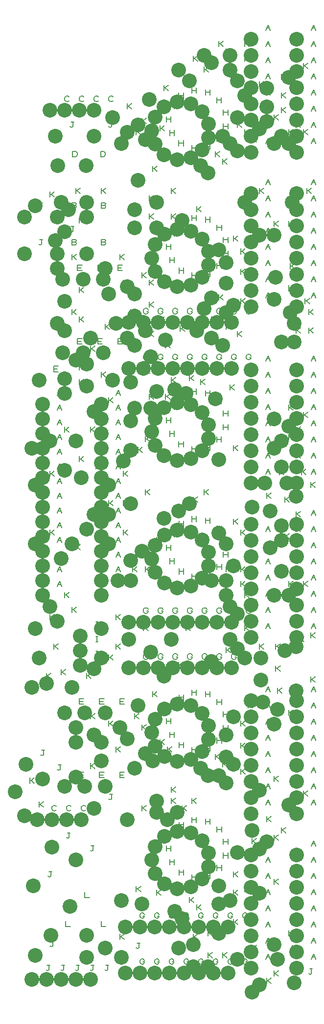
<source format=gbr>
G04 EasyPC Gerber Version 21.0.3 Build 4286 *
%FSLAX35Y35*%
%MOIN*%
%ADD15C,0.00500*%
%ADD85C,0.10000*%
X0Y0D02*
D02*
D15*
X24000Y164937D02*
Y168687D01*
Y166813D02*
X24937D01*
X27125Y168687*
X24937Y166813D02*
X27125Y164937D01*
X30250Y148687D02*
Y152437D01*
Y150563D02*
X31187D01*
X33375Y152437*
X31187Y150563D02*
X33375Y148687D01*
X30250Y531813D02*
X30563Y531500D01*
X31187Y531187*
X31813Y531500*
X32125Y531813*
Y534937*
X32750*
X32125D02*
X30875D01*
X30250Y556813D02*
X30563Y556500D01*
X31187Y556187*
X31813Y556500*
X32125Y556813*
Y559937*
X32750*
X32125D02*
X30875D01*
X31500Y184313D02*
X31813Y184000D01*
X32437Y183687*
X33063Y184000*
X33375Y184313*
Y187437*
X34000*
X33375D02*
X32125D01*
X35250Y38063D02*
X35563Y37750D01*
X36187Y37437*
X36813Y37750*
X37125Y38063*
Y41187*
X37750*
X37125D02*
X35875D01*
X35250Y236187D02*
Y239937D01*
Y238063D02*
X36187D01*
X38375Y239937*
X36187Y238063D02*
X38375Y236187D01*
X35250Y398687D02*
Y402437D01*
Y400563D02*
X36187D01*
X38375Y402437*
X36187Y400563D02*
X38375Y398687D01*
X36500Y101813D02*
X36813Y101500D01*
X37437Y101187*
X38063Y101500*
X38375Y101813*
Y104937*
X39000*
X38375D02*
X37125D01*
X37750Y54313D02*
X38063Y54000D01*
X38687Y53687*
X39313Y54000*
X39625Y54313*
Y57437*
X40250*
X39625D02*
X38375D01*
X37750Y276187D02*
Y279937D01*
Y278063D02*
X38687D01*
X40875Y279937*
X38687Y278063D02*
X40875Y276187D01*
X37750Y333687D02*
Y337437D01*
Y335563D02*
X38687D01*
X40875Y337437*
X38687Y335563D02*
X40875Y333687D01*
X37750Y373687D02*
Y377437D01*
Y375563D02*
X38687D01*
X40875Y377437*
X38687Y375563D02*
X40875Y373687D01*
X37750Y563687D02*
Y567437D01*
Y565563D02*
X38687D01*
X40875Y567437*
X38687Y565563D02*
X40875Y563687D01*
X42125Y146813D02*
X41813Y146500D01*
X41187Y146187*
X40250*
X39625Y146500*
X39313Y146813*
X39000Y147437*
Y148687*
X39313Y149313*
X39625Y149625*
X40250Y149937*
X41187*
X41813Y149625*
X42125Y149313*
X40250Y256187D02*
Y259937D01*
Y258063D02*
X41187D01*
X43375Y259937*
X41187Y258063D02*
X43375Y256187D01*
X40250Y444937D02*
Y448687D01*
X43375*
X42750Y446813D02*
X40250D01*
Y444937D02*
X43375D01*
X42750Y174313D02*
X43063Y174000D01*
X43687Y173687*
X44313Y174000*
X44625Y174313*
Y177437*
X45250*
X44625D02*
X43375D01*
X42750Y298687D02*
X44313Y302437D01*
X45875Y298687*
X43375Y300250D02*
X45250D01*
X42750Y308687D02*
X44313Y312437D01*
X45875Y308687*
X43375Y310250D02*
X45250D01*
X42750Y318687D02*
X44313Y322437D01*
X45875Y318687*
X43375Y320250D02*
X45250D01*
X42750Y328687D02*
X44313Y332437D01*
X45875Y328687*
X43375Y330250D02*
X45250D01*
X42750Y338687D02*
X44313Y342437D01*
X45875Y338687*
X43375Y340250D02*
X45250D01*
X42750Y348687D02*
X44313Y352437D01*
X45875Y348687*
X43375Y350250D02*
X45250D01*
X42750Y358687D02*
X44313Y362437D01*
X45875Y358687*
X43375Y360250D02*
X45250D01*
X42750Y368687D02*
X44313Y372437D01*
X45875Y368687*
X43375Y370250D02*
X45250D01*
X42750Y378687D02*
X44313Y382437D01*
X45875Y378687*
X43375Y380250D02*
X45250D01*
X42750Y388687D02*
X44313Y392437D01*
X45875Y388687*
X43375Y390250D02*
X45250D01*
X42750Y398687D02*
X44313Y402437D01*
X45875Y398687*
X43375Y400250D02*
X45250D01*
X42750Y408687D02*
X44313Y412437D01*
X45875Y408687*
X43375Y410250D02*
X45250D01*
X42750Y418687D02*
X44313Y422437D01*
X45875Y418687*
X43375Y420250D02*
X45250D01*
X42750Y428687D02*
X44313Y432437D01*
X45875Y428687*
X43375Y430250D02*
X45250D01*
Y38063D02*
X45563Y37750D01*
X46187Y37437*
X46813Y37750*
X47125Y38063*
Y41187*
X47750*
X47125D02*
X45875D01*
X45250Y238687D02*
Y242437D01*
Y240563D02*
X46187D01*
X48375Y242437*
X46187Y240563D02*
X48375Y238687D01*
X47750Y291187D02*
Y294937D01*
Y293063D02*
X48687D01*
X50875Y294937*
X48687Y293063D02*
X50875Y291187D01*
X47750Y403687D02*
Y407437D01*
Y405563D02*
X48687D01*
X50875Y407437*
X48687Y405563D02*
X50875Y403687D01*
Y629313D02*
X50563Y629000D01*
X49937Y628687*
X49000*
X48375Y629000*
X48063Y629313*
X47750Y629937*
Y631187*
X48063Y631813*
X48375Y632125*
X49000Y632437*
X49937*
X50563Y632125*
X50875Y631813*
X48537Y71237D02*
Y67487D01*
X51663*
X49000Y128063D02*
X49313Y127750D01*
X49937Y127437*
X50563Y127750*
X50875Y128063*
Y131187*
X51500*
X50875D02*
X49625D01*
X52125Y146813D02*
X51813Y146500D01*
X51187Y146187*
X50250*
X49625Y146500*
X49313Y146813*
X49000Y147437*
Y148687*
X49313Y149313*
X49625Y149625*
X50250Y149937*
X51187*
X51813Y149625*
X52125Y149313*
X51500Y540563D02*
X51813Y540250D01*
X52437Y539937*
X53063Y540250*
X53375Y540563*
Y543687*
X54000*
X53375D02*
X52125D01*
X51500Y611813D02*
X51813Y611500D01*
X52437Y611187*
X53063Y611500*
X53375Y611813*
Y614937*
X54000*
X53375D02*
X52125D01*
X52750Y281187D02*
Y284937D01*
Y283063D02*
X53687D01*
X55875Y284937*
X53687Y283063D02*
X55875Y281187D01*
X52750Y483687D02*
Y487437D01*
Y485563D02*
X53687D01*
X55875Y487437*
X53687Y485563D02*
X55875Y483687D01*
X52750Y521187D02*
Y524937D01*
Y523063D02*
X53687D01*
X55875Y524937*
X53687Y523063D02*
X55875Y521187D01*
X54937Y533063D02*
X55563Y532750D01*
X55875Y532125*
X55563Y531500*
X54937Y531187*
X52750*
Y534937*
X54937*
X55563Y534625*
X55875Y534000*
X55563Y533375*
X54937Y533063*
X52750*
X54937Y558063D02*
X55563Y557750D01*
X55875Y557125*
X55563Y556500*
X54937Y556187*
X52750*
Y559937*
X54937*
X55563Y559625*
X55875Y559000*
X55563Y558375*
X54937Y558063*
X52750*
X53144Y591187D02*
Y594937D01*
X55019*
X55644Y594625*
X55956Y594313*
X56269Y593687*
Y592437*
X55956Y591813*
X55644Y591500*
X55019Y591187*
X53144*
X55250Y38063D02*
X55563Y37750D01*
X56187Y37437*
X56813Y37750*
X57125Y38063*
Y41187*
X57750*
X57125D02*
X55875D01*
X55250Y323687D02*
Y327437D01*
Y325563D02*
X56187D01*
X58375Y327437*
X56187Y325563D02*
X58375Y323687D01*
X55250Y566187D02*
Y569937D01*
Y568063D02*
X56187D01*
X58375Y569937*
X56187Y568063D02*
X58375Y566187D01*
X56500Y463687D02*
Y467437D01*
X59625*
X59000Y465563D02*
X56500D01*
Y463687D02*
X59625D01*
X56500Y513687D02*
Y517437D01*
X59625*
X59000Y515563D02*
X56500D01*
Y513687D02*
X59625D01*
X57750Y168687D02*
Y172437D01*
X60875*
X60250Y170563D02*
X57750D01*
Y168687D02*
X60875D01*
X57750Y218687D02*
Y222437D01*
X60875*
X60250Y220563D02*
X57750D01*
Y218687D02*
X60875D01*
X57750Y383687D02*
Y387437D01*
Y385563D02*
X58687D01*
X60875Y387437*
X58687Y385563D02*
X60875Y383687D01*
X57750Y436187D02*
Y439937D01*
Y438063D02*
X58687D01*
X60875Y439937*
X58687Y438063D02*
X60875Y436187D01*
X57750Y446187D02*
Y449937D01*
Y448063D02*
X58687D01*
X60875Y449937*
X58687Y448063D02*
X60875Y446187D01*
X57750Y478687D02*
Y482437D01*
Y480563D02*
X58687D01*
X60875Y482437*
X58687Y480563D02*
X60875Y478687D01*
X57750Y498687D02*
Y502437D01*
Y500563D02*
X58687D01*
X60875Y502437*
X58687Y500563D02*
X60875Y498687D01*
X57750Y546187D02*
Y549937D01*
Y548063D02*
X58687D01*
X60875Y549937*
X58687Y548063D02*
X60875Y546187D01*
Y629313D02*
X60563Y629000D01*
X59937Y628687*
X59000*
X58375Y629000*
X58063Y629313*
X57750Y629937*
Y631187*
X58063Y631813*
X58375Y632125*
X59000Y632437*
X59937*
X60563Y632125*
X60875Y631813*
X62125Y146813D02*
X61813Y146500D01*
X61187Y146187*
X60250*
X59625Y146500*
X59313Y146813*
X59000Y147437*
Y148687*
X59313Y149313*
X59625Y149625*
X60250Y149937*
X61187*
X61813Y149625*
X62125Y149313*
X60250Y561187D02*
Y564937D01*
Y563063D02*
X61187D01*
X63375Y564937*
X61187Y563063D02*
X63375Y561187D01*
X61530Y90922D02*
Y87172D01*
X64655*
X62750Y236187D02*
Y239937D01*
Y238063D02*
X63687D01*
X65875Y239937*
X63687Y238063D02*
X65875Y236187D01*
X62750Y333687D02*
Y337437D01*
Y335563D02*
X63687D01*
X65875Y337437*
X63687Y335563D02*
X65875Y333687D01*
X65250Y38063D02*
X65563Y37750D01*
X66187Y37437*
X66813Y37750*
X67125Y38063*
Y41187*
X67750*
X67125D02*
X65875D01*
X65250Y119313D02*
X65563Y119000D01*
X66187Y118687*
X66813Y119000*
X67125Y119313*
Y122437*
X67750*
X67125D02*
X65875D01*
X65250Y174937D02*
Y178687D01*
Y176813D02*
X66187D01*
X68375Y178687*
X66187Y176813D02*
X68375Y174937D01*
X65250Y198687D02*
Y202437D01*
Y200563D02*
X66187D01*
X68375Y202437*
X66187Y200563D02*
X68375Y198687D01*
X65250Y208687D02*
Y212437D01*
Y210563D02*
X66187D01*
X68375Y212437*
X66187Y210563D02*
X68375Y208687D01*
X65250Y403687D02*
Y407437D01*
Y405563D02*
X66187D01*
X68375Y407437*
X66187Y405563D02*
X68375Y403687D01*
X65250Y458687D02*
Y462437D01*
Y460563D02*
X66187D01*
X68375Y462437*
X66187Y460563D02*
X68375Y458687D01*
X70875Y629313D02*
X70563Y629000D01*
X69937Y628687*
X69000*
X68375Y629000*
X68063Y629313*
X67750Y629937*
Y631187*
X68063Y631813*
X68375Y632125*
X69000Y632437*
X69937*
X70563Y632125*
X70875Y631813*
X69239Y251187D02*
X70489D01*
X69864D02*
Y254937D01*
X69239D02*
X70489D01*
X69239Y261187D02*
X70489D01*
X69864D02*
Y264937D01*
X69239D02*
X70489D01*
X69239Y271187D02*
X70489D01*
X69864D02*
Y274937D01*
X69239D02*
X70489D01*
X72125Y146813D02*
X71813Y146500D01*
X71187Y146187*
X70250*
X69625Y146500*
X69313Y146813*
X69000Y147437*
Y148687*
X69313Y149313*
X69625Y149625*
X70250Y149937*
X71187*
X71813Y149625*
X72125Y149313*
X69000Y378687D02*
Y382437D01*
Y380563D02*
X69937D01*
X72125Y382437*
X69937Y380563D02*
X72125Y378687D01*
X70250Y463687D02*
Y467437D01*
X73375*
X72750Y465563D02*
X70250D01*
Y463687D02*
X73375D01*
X70250Y513687D02*
Y517437D01*
X73375*
X72750Y515563D02*
X70250D01*
Y513687D02*
X73375D01*
X71500Y168687D02*
Y172437D01*
X74625*
X74000Y170563D02*
X71500D01*
Y168687D02*
X74625D01*
X71500Y218687D02*
Y222437D01*
X74625*
X74000Y220563D02*
X71500D01*
Y218687D02*
X74625D01*
X72356Y591187D02*
Y594937D01*
X74231*
X74856Y594625*
X75169Y594313*
X75481Y593687*
Y592437*
X75169Y591813*
X74856Y591500*
X74231Y591187*
X72356*
X72750Y53063D02*
X73063Y52750D01*
X73687Y52437*
X74313Y52750*
X74625Y53063*
Y56187*
X75250*
X74625D02*
X73375D01*
X72750Y71237D02*
Y67487D01*
X75875*
X72750Y343687D02*
Y347437D01*
Y345563D02*
X73687D01*
X75875Y347437*
X73687Y345563D02*
X75875Y343687D01*
X72750Y441187D02*
Y444937D01*
Y443063D02*
X73687D01*
X75875Y444937*
X73687Y443063D02*
X75875Y441187D01*
X72750Y456187D02*
Y459937D01*
Y458063D02*
X73687D01*
X75875Y459937*
X73687Y458063D02*
X75875Y456187D01*
X74937Y533063D02*
X75563Y532750D01*
X75875Y532125*
X75563Y531500*
X74937Y531187*
X72750*
Y534937*
X74937*
X75563Y534625*
X75875Y534000*
X75563Y533375*
X74937Y533063*
X72750*
X74937Y558063D02*
X75563Y557750D01*
X75875Y557125*
X75563Y556500*
X74937Y556187*
X72750*
Y559937*
X74937*
X75563Y559625*
X75875Y559000*
X75563Y558375*
X74937Y558063*
X72750*
Y566187D02*
Y569937D01*
Y568063D02*
X73687D01*
X75875Y569937*
X73687Y568063D02*
X75875Y566187D01*
X75250Y38063D02*
X75563Y37750D01*
X76187Y37437*
X76813Y37750*
X77125Y38063*
Y41187*
X77750*
X77125D02*
X75875D01*
X75250Y473687D02*
Y477437D01*
Y475563D02*
X76187D01*
X78375Y477437*
X76187Y475563D02*
X78375Y473687D01*
X77750Y154313D02*
X78063Y154000D01*
X78687Y153687*
X79313Y154000*
X79625Y154313*
Y157437*
X80250*
X79625D02*
X78375D01*
X77750Y203687D02*
Y207437D01*
Y205563D02*
X78687D01*
X80875Y207437*
X78687Y205563D02*
X80875Y203687D01*
X77750Y248687D02*
Y252437D01*
Y250563D02*
X78687D01*
X80875Y252437*
X78687Y250563D02*
X80875Y248687D01*
X77750Y353687D02*
Y357437D01*
Y355563D02*
X78687D01*
X80875Y357437*
X78687Y355563D02*
X80875Y353687D01*
X77750Y423687D02*
Y427437D01*
Y425563D02*
X78687D01*
X80875Y427437*
X78687Y425563D02*
X80875Y423687D01*
X77750Y611813D02*
X78063Y611500D01*
X78687Y611187*
X79313Y611500*
X79625Y611813*
Y614937*
X80250*
X79625D02*
X78375D01*
X80875Y629313D02*
X80563Y629000D01*
X79937Y628687*
X79000*
X78375Y629000*
X78063Y629313*
X77750Y629937*
Y631187*
X78063Y631813*
X78375Y632125*
X79000Y632437*
X79937*
X80563Y632125*
X80875Y631813*
X82750Y186187D02*
Y189937D01*
Y188063D02*
X83687D01*
X85875Y189937*
X83687Y188063D02*
X85875Y186187D01*
X82750Y198687D02*
Y202437D01*
Y200563D02*
X83687D01*
X85875Y202437*
X83687Y200563D02*
X85875Y198687D01*
X82750Y256187D02*
Y259937D01*
Y258063D02*
X83687D01*
X85875Y259937*
X83687Y258063D02*
X85875Y256187D01*
X82750Y276187D02*
Y279937D01*
Y278063D02*
X83687D01*
X85875Y279937*
X83687Y278063D02*
X85875Y276187D01*
X82750Y298687D02*
X84313Y302437D01*
X85875Y298687*
X83375Y300250D02*
X85250D01*
X82750Y308687D02*
X84313Y312437D01*
X85875Y308687*
X83375Y310250D02*
X85250D01*
X82750Y318687D02*
X84313Y322437D01*
X85875Y318687*
X83375Y320250D02*
X85250D01*
X82750Y328687D02*
X84313Y332437D01*
X85875Y328687*
X83375Y330250D02*
X85250D01*
X82750Y338687D02*
X84313Y342437D01*
X85875Y338687*
X83375Y340250D02*
X85250D01*
X82750Y348687D02*
X84313Y352437D01*
X85875Y348687*
X83375Y350250D02*
X85250D01*
X82750Y358687D02*
X84313Y362437D01*
X85875Y358687*
X83375Y360250D02*
X85250D01*
X82750Y368687D02*
X84313Y372437D01*
X85875Y368687*
X83375Y370250D02*
X85250D01*
X82750Y378687D02*
X84313Y382437D01*
X85875Y378687*
X83375Y380250D02*
X85250D01*
X82750Y388687D02*
X84313Y392437D01*
X85875Y388687*
X83375Y390250D02*
X85250D01*
X82750Y398687D02*
X84313Y402437D01*
X85875Y398687*
X83375Y400250D02*
X85250D01*
X82750Y408687D02*
X84313Y412437D01*
X85875Y408687*
X83375Y410250D02*
X85250D01*
X82750Y418687D02*
X84313Y422437D01*
X85875Y418687*
X83375Y420250D02*
X85250D01*
X82750Y428687D02*
X84313Y432437D01*
X85875Y428687*
X83375Y430250D02*
X85250D01*
X84000Y463687D02*
Y467437D01*
X87125*
X86500Y465563D02*
X84000D01*
Y463687D02*
X87125D01*
X84000Y513687D02*
Y517437D01*
X87125*
X86500Y515563D02*
X84000D01*
Y513687D02*
X87125D01*
X85250Y58687D02*
Y62437D01*
Y60563D02*
X86187D01*
X88375Y62437*
X86187Y60563D02*
X88375Y58687D01*
X85250Y168687D02*
Y172437D01*
X88375*
X87750Y170563D02*
X85250D01*
Y168687D02*
X88375D01*
X85250Y218687D02*
Y222437D01*
X88375*
X87750Y220563D02*
X85250D01*
Y218687D02*
X88375D01*
X85250Y521187D02*
Y524937D01*
Y523063D02*
X86187D01*
X88375Y524937*
X86187Y523063D02*
X88375Y521187D01*
X87750Y333687D02*
Y337437D01*
Y335563D02*
X88687D01*
X90875Y337437*
X88687Y335563D02*
X90875Y333687D01*
X87750Y353687D02*
Y357437D01*
Y355563D02*
X88687D01*
X90875Y357437*
X88687Y355563D02*
X90875Y353687D01*
X87750Y373687D02*
Y377437D01*
Y375563D02*
X88687D01*
X90875Y377437*
X88687Y375563D02*
X90875Y373687D01*
X87750Y503687D02*
Y507437D01*
Y505563D02*
X88687D01*
X90875Y507437*
X88687Y505563D02*
X90875Y503687D01*
X90250Y444937D02*
Y448687D01*
X93375*
X92750Y446813D02*
X90250D01*
Y444937D02*
X93375D01*
X90250Y623687D02*
Y627437D01*
Y625563D02*
X91187D01*
X93375Y627437*
X91187Y625563D02*
X93375Y623687D01*
X92750Y483687D02*
Y487437D01*
Y485563D02*
X93687D01*
X95875Y487437*
X93687Y485563D02*
X95875Y483687D01*
X94000Y308687D02*
Y312437D01*
Y310563D02*
X94937D01*
X97125Y312437*
X94937Y310563D02*
X97125Y308687D01*
X95250Y208687D02*
Y212437D01*
Y210563D02*
X96187D01*
X98375Y212437*
X96187Y210563D02*
X98375Y208687D01*
X96500Y53063D02*
X96813Y52750D01*
X97437Y52437*
X98063Y52750*
X98375Y53063*
Y56187*
X99000*
X98375D02*
X97125D01*
X96500Y91187D02*
Y94937D01*
Y93063D02*
X97437D01*
X99625Y94937*
X97437Y93063D02*
X99625Y91187D01*
X96500Y606187D02*
Y609937D01*
Y608063D02*
X97437D01*
X99625Y609937*
X97437Y608063D02*
X99625Y606187D01*
X97750Y389937D02*
Y393687D01*
Y391813D02*
X98687D01*
X100875Y393687*
X98687Y391813D02*
X100875Y389937D01*
X101237Y43370D02*
X102174D01*
Y43057*
X101862Y42433*
X101549Y42120*
X100924Y41807*
X100299*
X99674Y42120*
X99362Y42433*
X99049Y43057*
Y44307*
X99362Y44933*
X99674Y45245*
X100299Y45557*
X100924*
X101549Y45245*
X101862Y44933*
X102174Y44307*
X101237Y74630D02*
X102174D01*
Y74317*
X101862Y73693*
X101549Y73380*
X100924Y73067*
X100299*
X99674Y73380*
X99362Y73693*
X99049Y74317*
Y75567*
X99362Y76193*
X99674Y76505*
X100299Y76817*
X100924*
X101549Y76505*
X101862Y76193*
X102174Y75567*
X100250Y146187D02*
Y149937D01*
Y148063D02*
X101187D01*
X103375Y149937*
X101187Y148063D02*
X103375Y146187D01*
X100250Y201187D02*
Y204937D01*
Y203063D02*
X101187D01*
X103375Y204937*
X101187Y203063D02*
X103375Y201187D01*
X100250Y473687D02*
Y477437D01*
Y475563D02*
X101187D01*
X103375Y477437*
X101187Y475563D02*
X103375Y473687D01*
X100250Y508687D02*
Y512437D01*
Y510563D02*
X101187D01*
X103375Y512437*
X101187Y510563D02*
X103375Y508687D01*
X100250Y613687D02*
Y617437D01*
Y615563D02*
X101187D01*
X103375Y617437*
X101187Y615563D02*
X103375Y613687D01*
X103687Y250870D02*
X104625D01*
Y250557*
X104313Y249933*
X104000Y249620*
X103375Y249307*
X102750*
X102125Y249620*
X101813Y249933*
X101500Y250557*
Y251807*
X101813Y252433*
X102125Y252745*
X102750Y253057*
X103375*
X104000Y252745*
X104313Y252433*
X104625Y251807*
X101500Y268687D02*
Y272437D01*
Y270563D02*
X102437D01*
X104625Y272437*
X102437Y270563D02*
X104625Y268687D01*
X103687Y282130D02*
X104625D01*
Y281817*
X104313Y281193*
X104000Y280880*
X103375Y280567*
X102750*
X102125Y280880*
X101813Y281193*
X101500Y281817*
Y283067*
X101813Y283693*
X102125Y284005*
X102750Y284317*
X103375*
X104000Y284005*
X104313Y283693*
X104625Y283067*
X103687Y454620D02*
X104625D01*
Y454307*
X104313Y453683*
X104000Y453370*
X103375Y453057*
X102750*
X102125Y453370*
X101813Y453683*
X101500Y454307*
Y455557*
X101813Y456183*
X102125Y456495*
X102750Y456807*
X103375*
X104000Y456495*
X104313Y456183*
X104625Y455557*
X103687Y485880D02*
X104625D01*
Y485567*
X104313Y484943*
X104000Y484630*
X103375Y484317*
X102750*
X102125Y484630*
X101813Y484943*
X101500Y485567*
Y486817*
X101813Y487443*
X102125Y487755*
X102750Y488067*
X103375*
X104000Y487755*
X104313Y487443*
X104625Y486817*
X102750Y308687D02*
Y312437D01*
Y310563D02*
X103687D01*
X105875Y312437*
X103687Y310563D02*
X105875Y308687D01*
X102750Y322437D02*
Y326187D01*
Y324313D02*
X103687D01*
X105875Y326187*
X103687Y324313D02*
X105875Y322437D01*
X102750Y361187D02*
Y364937D01*
Y363063D02*
X103687D01*
X105875Y364937*
X103687Y363063D02*
X105875Y361187D01*
X102750Y397437D02*
Y401187D01*
Y399313D02*
X103687D01*
X105875Y401187*
X103687Y399313D02*
X105875Y397437D01*
X102750Y417437D02*
Y421187D01*
Y419313D02*
X103687D01*
X105875Y421187*
X103687Y419313D02*
X105875Y417437D01*
X102750Y443687D02*
Y447437D01*
Y445563D02*
X103687D01*
X105875Y447437*
X103687Y445563D02*
X105875Y443687D01*
X105250Y181187D02*
Y184937D01*
Y183063D02*
X106187D01*
X108375Y184937*
X106187Y183063D02*
X108375Y181187D01*
X105250Y426187D02*
Y429937D01*
Y428063D02*
X106187D01*
X108375Y429937*
X106187Y428063D02*
X108375Y426187D01*
X105250Y468687D02*
Y472437D01*
Y470563D02*
X106187D01*
X108375Y472437*
X106187Y470563D02*
X108375Y468687D01*
X105250Y488687D02*
Y492437D01*
Y490563D02*
X106187D01*
X108375Y492437*
X106187Y490563D02*
X108375Y488687D01*
X105250Y503687D02*
Y507437D01*
Y505563D02*
X106187D01*
X108375Y507437*
X106187Y505563D02*
X108375Y503687D01*
X105250Y548687D02*
Y552437D01*
Y550563D02*
X106187D01*
X108375Y552437*
X106187Y550563D02*
X108375Y548687D01*
X105250Y561187D02*
Y564937D01*
Y563063D02*
X106187D01*
X108375Y564937*
X106187Y563063D02*
X108375Y561187D01*
X107750Y223687D02*
Y227437D01*
Y225563D02*
X108687D01*
X110875Y227437*
X108687Y225563D02*
X110875Y223687D01*
X107750Y581187D02*
Y584937D01*
Y583063D02*
X108687D01*
X110875Y584937*
X108687Y583063D02*
X110875Y581187D01*
X107750Y618687D02*
Y622437D01*
Y620563D02*
X108687D01*
X110875Y622437*
X108687Y620563D02*
X110875Y618687D01*
X111237Y43370D02*
X112174D01*
Y43057*
X111862Y42433*
X111549Y42120*
X110924Y41807*
X110299*
X109674Y42120*
X109362Y42433*
X109049Y43057*
Y44307*
X109362Y44933*
X109674Y45245*
X110299Y45557*
X110924*
X111549Y45245*
X111862Y44933*
X112174Y44307*
X111237Y74630D02*
X112174D01*
Y74317*
X111862Y73693*
X111549Y73380*
X110924Y73067*
X110299*
X109674Y73380*
X109362Y73693*
X109049Y74317*
Y75567*
X109362Y76193*
X109674Y76505*
X110299Y76817*
X110924*
X111549Y76505*
X111862Y76193*
X112174Y75567*
X110250Y88687D02*
Y92437D01*
Y90563D02*
X111187D01*
X113375Y92437*
X111187Y90563D02*
X113375Y88687D01*
X110250Y328687D02*
Y332437D01*
Y330563D02*
X111187D01*
X113375Y332437*
X111187Y330563D02*
X113375Y328687D01*
X113687Y250870D02*
X114625D01*
Y250557*
X114313Y249933*
X114000Y249620*
X113375Y249307*
X112750*
X112125Y249620*
X111813Y249933*
X111500Y250557*
Y251807*
X111813Y252433*
X112125Y252745*
X112750Y253057*
X113375*
X114000Y252745*
X114313Y252433*
X114625Y251807*
X113687Y282130D02*
X114625D01*
Y281817*
X114313Y281193*
X114000Y280880*
X113375Y280567*
X112750*
X112125Y280880*
X111813Y281193*
X111500Y281817*
Y283067*
X111813Y283693*
X112125Y284005*
X112750Y284317*
X113375*
X114000Y284005*
X114313Y283693*
X114625Y283067*
X113687Y454620D02*
X114625D01*
Y454307*
X114313Y453683*
X114000Y453370*
X113375Y453057*
X112750*
X112125Y453370*
X111813Y453683*
X111500Y454307*
Y455557*
X111813Y456183*
X112125Y456495*
X112750Y456807*
X113375*
X114000Y456495*
X114313Y456183*
X114625Y455557*
X113687Y485880D02*
X114625D01*
Y485567*
X114313Y484943*
X114000Y484630*
X113375Y484317*
X112750*
X112125Y484630*
X111813Y484943*
X111500Y485567*
Y486817*
X111813Y487443*
X112125Y487755*
X112750Y488067*
X113375*
X114000Y487755*
X114313Y487443*
X114625Y486817*
X112750Y191187D02*
Y194937D01*
Y193063D02*
X113687D01*
X115875Y194937*
X113687Y193063D02*
X115875Y191187D01*
X112750Y478687D02*
Y482437D01*
Y480563D02*
X113687D01*
X115875Y482437*
X113687Y480563D02*
X115875Y478687D01*
X112750Y608687D02*
Y612437D01*
Y610563D02*
X113687D01*
X115875Y612437*
X113687Y610563D02*
X115875Y608687D01*
X115250Y636187D02*
Y639937D01*
Y638063D02*
X116187D01*
X118375Y639937*
X116187Y638063D02*
X118375Y636187D01*
X116500Y259937D02*
Y263687D01*
Y261813D02*
X117437D01*
X119625Y263687*
X117437Y261813D02*
X119625Y259937D01*
X116500Y426187D02*
Y429937D01*
Y428063D02*
X117437D01*
X119625Y429937*
X117437Y428063D02*
X119625Y426187D01*
X116500Y461187D02*
Y464937D01*
Y463063D02*
X117437D01*
X119625Y464937*
X117437Y463063D02*
X119625Y461187D01*
X117012Y410065D02*
Y413815D01*
Y411941D02*
X120137D01*
Y410065D02*
Y413815D01*
X117012Y614790D02*
Y618540D01*
Y616665D02*
X120137D01*
Y614790D02*
Y618540D01*
X117101Y118687D02*
Y122437D01*
Y120563D02*
X120226D01*
Y118687D02*
Y122437D01*
X117101Y205341D02*
Y209091D01*
Y207216D02*
X120226D01*
Y205341D02*
Y209091D01*
X117101Y323451D02*
Y327201D01*
Y325326D02*
X120226D01*
Y323451D02*
Y327201D01*
X117101Y528176D02*
Y531926D01*
Y530051D02*
X120226D01*
Y528176D02*
Y531926D01*
X117750Y186187D02*
Y189937D01*
Y188063D02*
X118687D01*
X120875Y189937*
X118687Y188063D02*
X120875Y186187D01*
X121237Y43370D02*
X122174D01*
Y43057*
X121862Y42433*
X121549Y42120*
X120924Y41807*
X120299*
X119674Y42120*
X119362Y42433*
X119049Y43057*
Y44307*
X119362Y44933*
X119674Y45245*
X120299Y45557*
X120924*
X121549Y45245*
X121862Y44933*
X122174Y44307*
X121237Y74630D02*
X122174D01*
Y74317*
X121862Y73693*
X121549Y73380*
X120924Y73067*
X120299*
X119674Y73380*
X119362Y73693*
X119049Y74317*
Y75567*
X119362Y76193*
X119674Y76505*
X120299Y76817*
X120924*
X121549Y76505*
X121862Y76193*
X122174Y75567*
X119267Y400917D02*
Y404667D01*
Y402793D02*
X122392D01*
Y400917D02*
Y404667D01*
X119267Y605642D02*
Y609392D01*
Y607517D02*
X122392D01*
Y605642D02*
Y609392D01*
X119267Y419215D02*
Y422965D01*
Y421090D02*
X122393D01*
Y419215D02*
Y422965D01*
X119267Y623939D02*
Y627689D01*
Y625814D02*
X122393D01*
Y623939D02*
Y627689D01*
X119356Y109539D02*
Y113289D01*
Y111415D02*
X122481D01*
Y109539D02*
Y113289D01*
X119356Y196193D02*
Y199943D01*
Y198068D02*
X122481D01*
Y196193D02*
Y199943D01*
X119356Y314303D02*
Y318053D01*
Y316178D02*
X122481D01*
Y314303D02*
Y318053D01*
X119356Y519028D02*
Y522778D01*
Y520903D02*
X122481D01*
Y519028D02*
Y522778D01*
X119356Y127837D02*
Y131587D01*
Y129712D02*
X122481D01*
Y127837D02*
Y131587D01*
X119356Y214490D02*
Y218240D01*
Y216365D02*
X122481D01*
Y214490D02*
Y218240D01*
X119356Y332600D02*
Y336350D01*
Y334476D02*
X122481D01*
Y332600D02*
Y336350D01*
X119356Y537325D02*
Y541075D01*
Y539200D02*
X122481D01*
Y537325D02*
Y541075D01*
X120250Y151187D02*
Y154937D01*
Y153063D02*
X121187D01*
X123375Y154937*
X121187Y153063D02*
X123375Y151187D01*
X120250Y158687D02*
Y162437D01*
Y160563D02*
X121187D01*
X123375Y162437*
X121187Y160563D02*
X123375Y158687D01*
X120250Y437437D02*
Y441187D01*
Y439313D02*
X121187D01*
X123375Y441187*
X121187Y439313D02*
X123375Y437437D01*
X120250Y548687D02*
Y552437D01*
Y550563D02*
X121187D01*
X123375Y552437*
X121187Y550563D02*
X123375Y548687D01*
X120250Y566187D02*
Y569937D01*
Y568063D02*
X121187D01*
X123375Y569937*
X121187Y568063D02*
X123375Y566187D01*
X123687Y250870D02*
X124625D01*
Y250557*
X124313Y249933*
X124000Y249620*
X123375Y249307*
X122750*
X122125Y249620*
X121813Y249933*
X121500Y250557*
Y251807*
X121813Y252433*
X122125Y252745*
X122750Y253057*
X123375*
X124000Y252745*
X124313Y252433*
X124625Y251807*
X123687Y282130D02*
X124625D01*
Y281817*
X124313Y281193*
X124000Y280880*
X123375Y280567*
X122750*
X122125Y280880*
X121813Y281193*
X121500Y281817*
Y283067*
X121813Y283693*
X122125Y284005*
X122750Y284317*
X123375*
X124000Y284005*
X124313Y283693*
X124625Y283067*
X123687Y454620D02*
X124625D01*
Y454307*
X124313Y453683*
X124000Y453370*
X123375Y453057*
X122750*
X122125Y453370*
X121813Y453683*
X121500Y454307*
Y455557*
X121813Y456183*
X122125Y456495*
X122750Y456807*
X123375*
X124000Y456495*
X124313Y456183*
X124625Y455557*
X123687Y485880D02*
X124625D01*
Y485567*
X124313Y484943*
X124000Y484630*
X123375Y484317*
X122750*
X122125Y484630*
X121813Y484943*
X121500Y485567*
Y486817*
X121813Y487443*
X122125Y487755*
X122750Y488067*
X123375*
X124000Y487755*
X124313Y487443*
X124625Y486817*
X125250Y243687D02*
Y247437D01*
Y245563D02*
X126187D01*
X128375Y247437*
X126187Y245563D02*
X128375Y243687D01*
X125250Y351187D02*
Y354937D01*
Y353063D02*
X126187D01*
X128375Y354937*
X126187Y353063D02*
X128375Y351187D01*
X125515Y393865D02*
Y397615D01*
Y395740D02*
X128640D01*
Y393865D02*
Y397615D01*
X125515Y598589D02*
Y602339D01*
Y600465D02*
X128640D01*
Y598589D02*
Y602339D01*
X125515Y426267D02*
Y430017D01*
Y428142D02*
X128641D01*
Y426267D02*
Y430017D01*
X125515Y630991D02*
Y634741D01*
Y632866D02*
X128641D01*
Y630991D02*
Y634741D01*
X125603Y102487D02*
Y106237D01*
Y104362D02*
X128728D01*
Y102487D02*
Y106237D01*
X125603Y189141D02*
Y192891D01*
Y191016D02*
X128728D01*
Y189141D02*
Y192891D01*
X125603Y307251D02*
Y311001D01*
Y309126D02*
X128728D01*
Y307251D02*
Y311001D01*
X125603Y511975D02*
Y515725D01*
Y513850D02*
X128728D01*
Y511975D02*
Y515725D01*
X125604Y134889D02*
Y138639D01*
Y136764D02*
X128729D01*
Y134889D02*
Y138639D01*
X125604Y221542D02*
Y225292D01*
Y223417D02*
X128729D01*
Y221542D02*
Y225292D01*
X125604Y339652D02*
Y343402D01*
Y341528D02*
X128729D01*
Y339652D02*
Y343402D01*
X125604Y544377D02*
Y548127D01*
Y546252D02*
X128729D01*
Y544377D02*
Y548127D01*
X126500Y472437D02*
Y476187D01*
Y474313D02*
X127437D01*
X129625Y476187*
X127437Y474313D02*
X129625Y472437D01*
X127750Y146187D02*
Y149937D01*
Y148063D02*
X128687D01*
X130875Y149937*
X128687Y148063D02*
X130875Y146187D01*
X131237Y43370D02*
X132174D01*
Y43057*
X131862Y42433*
X131549Y42120*
X130924Y41807*
X130299*
X129674Y42120*
X129362Y42433*
X129049Y43057*
Y44307*
X129362Y44933*
X129674Y45245*
X130299Y45557*
X130924*
X131549Y45245*
X131862Y44933*
X132174Y44307*
X131237Y74630D02*
X132174D01*
Y74317*
X131862Y73693*
X131549Y73380*
X130924Y73067*
X130299*
X129674Y73380*
X129362Y73693*
X129049Y74317*
Y75567*
X129362Y76193*
X129674Y76505*
X130299Y76817*
X130924*
X131549Y76505*
X131862Y76193*
X132174Y75567*
X130250Y268687D02*
Y272437D01*
Y270563D02*
X131187D01*
X133375Y272437*
X131187Y270563D02*
X133375Y268687D01*
X133687Y250870D02*
X134625D01*
Y250557*
X134313Y249933*
X134000Y249620*
X133375Y249307*
X132750*
X132125Y249620*
X131813Y249933*
X131500Y250557*
Y251807*
X131813Y252433*
X132125Y252745*
X132750Y253057*
X133375*
X134000Y252745*
X134313Y252433*
X134625Y251807*
X133687Y282130D02*
X134625D01*
Y281817*
X134313Y281193*
X134000Y280880*
X133375Y280567*
X132750*
X132125Y280880*
X131813Y281193*
X131500Y281817*
Y283067*
X131813Y283693*
X132125Y284005*
X132750Y284317*
X133375*
X134000Y284005*
X134313Y283693*
X134625Y283067*
X133687Y454620D02*
X134625D01*
Y454307*
X134313Y453683*
X134000Y453370*
X133375Y453057*
X132750*
X132125Y453370*
X131813Y453683*
X131500Y454307*
Y455557*
X131813Y456183*
X132125Y456495*
X132750Y456807*
X133375*
X134000Y456495*
X134313Y456183*
X134625Y455557*
X133687Y485880D02*
X134625D01*
Y485567*
X134313Y484943*
X134000Y484630*
X133375Y484317*
X132750*
X132125Y484630*
X131813Y484943*
X131500Y485567*
Y486817*
X131813Y487443*
X132125Y487755*
X132750Y488067*
X133375*
X134000Y487755*
X134313Y487443*
X134625Y486817*
X132750Y83687D02*
Y87437D01*
Y85563D02*
X133687D01*
X135875Y87437*
X133687Y85563D02*
X135875Y83687D01*
X132750Y438687D02*
Y442437D01*
Y440563D02*
X133687D01*
X135875Y442437*
X133687Y440563D02*
X135875Y438687D01*
X134324Y390524D02*
Y394274D01*
Y392399D02*
X137449D01*
Y390524D02*
Y394274D01*
X134324Y595248D02*
Y598998D01*
Y597123D02*
X137449D01*
Y595248D02*
Y598998D01*
X134325Y429607D02*
Y433357D01*
Y431482D02*
X137450D01*
Y429607D02*
Y433357D01*
X134325Y634331D02*
Y638081D01*
Y636207D02*
X137450D01*
Y634331D02*
Y638081D01*
X134413Y99146D02*
Y102896D01*
Y101021D02*
X137538D01*
Y99146D02*
Y102896D01*
X134413Y151187D02*
Y154937D01*
Y153063D02*
X135350D01*
X137538Y154937*
X135350Y153063D02*
X137538Y151187D01*
X134413Y185799D02*
Y189549D01*
Y187674D02*
X137538D01*
Y185799D02*
Y189549D01*
X134413Y303909D02*
Y307659D01*
Y305785D02*
X137538D01*
Y303909D02*
Y307659D01*
X134413Y508634D02*
Y512384D01*
Y510509D02*
X137538D01*
Y508634D02*
Y512384D01*
X134414Y138229D02*
Y141979D01*
Y140104D02*
X137539D01*
Y138229D02*
Y141979D01*
X134414Y224883D02*
Y228633D01*
Y226758D02*
X137539D01*
Y224883D02*
Y228633D01*
X134414Y342993D02*
Y346743D01*
Y344868D02*
X137539D01*
Y342993D02*
Y346743D01*
X134414Y547717D02*
Y551467D01*
Y549593D02*
X137539D01*
Y547717D02*
Y551467D01*
X135250Y58687D02*
Y62437D01*
Y60563D02*
X136187D01*
X138375Y62437*
X136187Y60563D02*
X138375Y58687D01*
X135250Y356187D02*
Y359937D01*
Y358063D02*
X136187D01*
X138375Y359937*
X136187Y358063D02*
X138375Y356187D01*
X135250Y656187D02*
Y659937D01*
Y658063D02*
X136187D01*
X138375Y659937*
X136187Y658063D02*
X138375Y656187D01*
X137750Y78687D02*
Y82437D01*
Y80563D02*
X138687D01*
X140875Y82437*
X138687Y80563D02*
X140875Y78687D01*
X137750Y553687D02*
Y557437D01*
Y555563D02*
X138687D01*
X140875Y557437*
X138687Y555563D02*
X140875Y553687D01*
X141237Y43370D02*
X142174D01*
Y43057*
X141862Y42433*
X141549Y42120*
X140924Y41807*
X140299*
X139674Y42120*
X139362Y42433*
X139049Y43057*
Y44307*
X139362Y44933*
X139674Y45245*
X140299Y45557*
X140924*
X141549Y45245*
X141862Y44933*
X142174Y44307*
X141237Y74630D02*
X142174D01*
Y74317*
X141862Y73693*
X141549Y73380*
X140924Y73067*
X140299*
X139674Y73380*
X139362Y73693*
X139049Y74317*
Y75567*
X139362Y76193*
X139674Y76505*
X140299Y76817*
X140924*
X141549Y76505*
X141862Y76193*
X142174Y75567*
X140250Y436187D02*
Y439937D01*
Y438063D02*
X141187D01*
X143375Y439937*
X141187Y438063D02*
X143375Y436187D01*
X143687Y250870D02*
X144625D01*
Y250557*
X144313Y249933*
X144000Y249620*
X143375Y249307*
X142750*
X142125Y249620*
X141813Y249933*
X141500Y250557*
Y251807*
X141813Y252433*
X142125Y252745*
X142750Y253057*
X143375*
X144000Y252745*
X144313Y252433*
X144625Y251807*
X143687Y282130D02*
X144625D01*
Y281817*
X144313Y281193*
X144000Y280880*
X143375Y280567*
X142750*
X142125Y280880*
X141813Y281193*
X141500Y281817*
Y283067*
X141813Y283693*
X142125Y284005*
X142750Y284317*
X143375*
X144000Y284005*
X144313Y283693*
X144625Y283067*
X143687Y454620D02*
X144625D01*
Y454307*
X144313Y453683*
X144000Y453370*
X143375Y453057*
X142750*
X142125Y453370*
X141813Y453683*
X141500Y454307*
Y455557*
X141813Y456183*
X142125Y456495*
X142750Y456807*
X143375*
X144000Y456495*
X144313Y456183*
X144625Y455557*
X143687Y485880D02*
X144625D01*
Y485567*
X144313Y484943*
X144000Y484630*
X143375Y484317*
X142750*
X142125Y484630*
X141813Y484943*
X141500Y485567*
Y486817*
X141813Y487443*
X142125Y487755*
X142750Y488067*
X143375*
X144000Y487755*
X144313Y487443*
X144625Y486817*
X142750Y361187D02*
Y364937D01*
Y363063D02*
X143687D01*
X145875Y364937*
X143687Y363063D02*
X145875Y361187D01*
X142750Y648687D02*
Y652437D01*
Y650563D02*
X143687D01*
X145875Y652437*
X143687Y650563D02*
X145875Y648687D01*
X143677Y391659D02*
Y395409D01*
Y393534D02*
X146802D01*
Y391659D02*
Y395409D01*
X143677Y596383D02*
Y600133D01*
Y598259D02*
X146802D01*
Y596383D02*
Y600133D01*
X143678Y428471D02*
Y432221D01*
Y430346D02*
X146804D01*
Y428471D02*
Y432221D01*
X143678Y633195D02*
Y636945D01*
Y635070D02*
X146804D01*
Y633195D02*
Y636945D01*
X143766Y100281D02*
Y104031D01*
Y102156D02*
X146891D01*
Y100281D02*
Y104031D01*
X143766Y186935D02*
Y190685D01*
Y188810D02*
X146891D01*
Y186935D02*
Y190685D01*
X143766Y305045D02*
Y308795D01*
Y306920D02*
X146891D01*
Y305045D02*
Y308795D01*
X143766Y509769D02*
Y513519D01*
Y511644D02*
X146891D01*
Y509769D02*
Y513519D01*
X143767Y137093D02*
Y140843D01*
Y138968D02*
X146892D01*
Y137093D02*
Y140843D01*
X143767Y223746D02*
Y227496D01*
Y225622D02*
X146892D01*
Y223746D02*
Y227496D01*
X143767Y341857D02*
Y345607D01*
Y343732D02*
X146892D01*
Y341857D02*
Y345607D01*
X143767Y546581D02*
Y550331D01*
Y548456D02*
X146892D01*
Y546581D02*
Y550331D01*
X145250Y46187D02*
Y49937D01*
Y48063D02*
X146187D01*
X148375Y49937*
X146187Y48063D02*
X148375Y46187D01*
X145250Y61187D02*
Y64937D01*
Y63063D02*
X146187D01*
X148375Y64937*
X146187Y63063D02*
X148375Y61187D01*
X147750Y478687D02*
Y482437D01*
Y480563D02*
X148687D01*
X150875Y482437*
X148687Y480563D02*
X150875Y478687D01*
X151237Y43370D02*
X152174D01*
Y43057*
X151862Y42433*
X151549Y42120*
X150924Y41807*
X150299*
X149674Y42120*
X149362Y42433*
X149049Y43057*
Y44307*
X149362Y44933*
X149674Y45245*
X150299Y45557*
X150924*
X151549Y45245*
X151862Y44933*
X152174Y44307*
X151237Y74630D02*
X152174D01*
Y74317*
X151862Y73693*
X151549Y73380*
X150924Y73067*
X150299*
X149674Y73380*
X149362Y73693*
X149049Y74317*
Y75567*
X149362Y76193*
X149674Y76505*
X150299Y76817*
X150924*
X151549Y76505*
X151862Y76193*
X152174Y75567*
X150250Y181187D02*
Y184937D01*
Y183063D02*
X151187D01*
X153375Y184937*
X151187Y183063D02*
X153375Y181187D01*
X150250Y591187D02*
Y594937D01*
Y593063D02*
X151187D01*
X153375Y594937*
X151187Y593063D02*
X153375Y591187D01*
X151431Y397011D02*
Y400761D01*
Y398886D02*
X154557D01*
Y397011D02*
Y400761D01*
X151431Y601735D02*
Y605485D01*
Y603611D02*
X154557D01*
Y601735D02*
Y605485D01*
X151432Y423119D02*
Y426869D01*
Y424994D02*
X154557D01*
Y423119D02*
Y426869D01*
X151432Y627843D02*
Y631593D01*
Y629718D02*
X154557D01*
Y627843D02*
Y631593D01*
X153687Y250870D02*
X154625D01*
Y250557*
X154313Y249933*
X154000Y249620*
X153375Y249307*
X152750*
X152125Y249620*
X151813Y249933*
X151500Y250557*
Y251807*
X151813Y252433*
X152125Y252745*
X152750Y253057*
X153375*
X154000Y252745*
X154313Y252433*
X154625Y251807*
X153687Y282130D02*
X154625D01*
Y281817*
X154313Y281193*
X154000Y280880*
X153375Y280567*
X152750*
X152125Y280880*
X151813Y281193*
X151500Y281817*
Y283067*
X151813Y283693*
X152125Y284005*
X152750Y284317*
X153375*
X154000Y284005*
X154313Y283693*
X154625Y283067*
X153687Y454620D02*
X154625D01*
Y454307*
X154313Y453683*
X154000Y453370*
X153375Y453057*
X152750*
X152125Y453370*
X151813Y453683*
X151500Y454307*
Y455557*
X151813Y456183*
X152125Y456495*
X152750Y456807*
X153375*
X154000Y456495*
X154313Y456183*
X154625Y455557*
X153687Y485880D02*
X154625D01*
Y485567*
X154313Y484943*
X154000Y484630*
X153375Y484317*
X152750*
X152125Y484630*
X151813Y484943*
X151500Y485567*
Y486817*
X151813Y487443*
X152125Y487755*
X152750Y488067*
X153375*
X154000Y487755*
X154313Y487443*
X154625Y486817*
X151520Y105633D02*
Y109383D01*
Y107508D02*
X154645D01*
Y105633D02*
Y109383D01*
X151520Y192287D02*
Y196037D01*
Y194162D02*
X154645D01*
Y192287D02*
Y196037D01*
X151520Y310397D02*
Y314147D01*
Y312272D02*
X154645D01*
Y310397D02*
Y314147D01*
X151520Y515121D02*
Y518871D01*
Y516996D02*
X154645D01*
Y515121D02*
Y518871D01*
X151521Y131741D02*
Y135491D01*
Y133616D02*
X154646D01*
Y131741D02*
Y135491D01*
X151521Y218394D02*
Y222144D01*
Y220269D02*
X154646D01*
Y218394D02*
Y222144D01*
X151521Y336504D02*
Y340254D01*
Y338380D02*
X154646D01*
Y336504D02*
Y340254D01*
X151521Y541229D02*
Y544979D01*
Y543104D02*
X154646D01*
Y541229D02*
Y544979D01*
X152750Y493687D02*
Y497437D01*
Y495563D02*
X153687D01*
X155875Y497437*
X153687Y495563D02*
X155875Y493687D01*
X152750Y666187D02*
Y669937D01*
Y668063D02*
X153687D01*
X155875Y669937*
X153687Y668063D02*
X155875Y666187D01*
X155250Y46187D02*
Y49937D01*
Y48063D02*
X156187D01*
X158375Y49937*
X156187Y48063D02*
X158375Y46187D01*
X155250Y176187D02*
Y179937D01*
Y178063D02*
X156187D01*
X158375Y179937*
X156187Y178063D02*
X158375Y176187D01*
X155250Y586187D02*
Y589937D01*
Y588063D02*
X156187D01*
X158375Y589937*
X156187Y588063D02*
X158375Y586187D01*
X155810Y405354D02*
Y409104D01*
Y407229D02*
X158935D01*
Y405354D02*
Y409104D01*
X155810Y610078D02*
Y613828D01*
Y611953D02*
X158935D01*
Y610078D02*
Y613828D01*
X155811Y414776D02*
Y418526D01*
Y416651D02*
X158936D01*
Y414776D02*
Y418526D01*
X155811Y619500D02*
Y623250D01*
Y621375D02*
X158936D01*
Y619500D02*
Y623250D01*
X155899Y113976D02*
Y117726D01*
Y115851D02*
X159024D01*
Y113976D02*
Y117726D01*
X155899Y200629D02*
Y204379D01*
Y202504D02*
X159024D01*
Y200629D02*
Y204379D01*
X155899Y318739D02*
Y322489D01*
Y320615D02*
X159024D01*
Y318739D02*
Y322489D01*
X155899Y523464D02*
Y527214D01*
Y525339D02*
X159024D01*
Y523464D02*
Y527214D01*
X155899Y123398D02*
Y127148D01*
Y125273D02*
X159024D01*
Y123398D02*
Y127148D01*
X155899Y210051D02*
Y213801D01*
Y211926D02*
X159024D01*
Y210051D02*
Y213801D01*
X155899Y328161D02*
Y331911D01*
Y330037D02*
X159024D01*
Y328161D02*
Y331911D01*
X155899Y532886D02*
Y536636D01*
Y534761D02*
X159024D01*
Y532886D02*
Y536636D01*
X157750Y253687D02*
Y257437D01*
Y255563D02*
X158687D01*
X160875Y257437*
X158687Y255563D02*
X160875Y253687D01*
X157750Y308687D02*
Y312437D01*
Y310563D02*
X158687D01*
X160875Y312437*
X158687Y310563D02*
X160875Y308687D01*
X157750Y473687D02*
Y477437D01*
Y475563D02*
X158687D01*
X160875Y477437*
X158687Y475563D02*
X160875Y473687D01*
X157750Y501187D02*
Y504937D01*
Y503063D02*
X158687D01*
X160875Y504937*
X158687Y503063D02*
X160875Y501187D01*
X157750Y661187D02*
Y664937D01*
Y663063D02*
X158687D01*
X160875Y664937*
X158687Y663063D02*
X160875Y661187D01*
X161237Y43370D02*
X162174D01*
Y43057*
X161862Y42433*
X161549Y42120*
X160924Y41807*
X160299*
X159674Y42120*
X159362Y42433*
X159049Y43057*
Y44307*
X159362Y44933*
X159674Y45245*
X160299Y45557*
X160924*
X161549Y45245*
X161862Y44933*
X162174Y44307*
X161237Y74630D02*
X162174D01*
Y74317*
X161862Y73693*
X161549Y73380*
X160924Y73067*
X160299*
X159674Y73380*
X159362Y73693*
X159049Y74317*
Y75567*
X159362Y76193*
X159674Y76505*
X160299Y76817*
X160924*
X161549Y76505*
X161862Y76193*
X162174Y75567*
X160250Y432437D02*
Y436187D01*
Y434313D02*
X161187D01*
X163375Y436187*
X161187Y434313D02*
X163375Y432437D01*
X163687Y250870D02*
X164625D01*
Y250557*
X164313Y249933*
X164000Y249620*
X163375Y249307*
X162750*
X162125Y249620*
X161813Y249933*
X161500Y250557*
Y251807*
X161813Y252433*
X162125Y252745*
X162750Y253057*
X163375*
X164000Y252745*
X164313Y252433*
X164625Y251807*
X163687Y282130D02*
X164625D01*
Y281817*
X164313Y281193*
X164000Y280880*
X163375Y280567*
X162750*
X162125Y280880*
X161813Y281193*
X161500Y281817*
Y283067*
X161813Y283693*
X162125Y284005*
X162750Y284317*
X163375*
X164000Y284005*
X164313Y283693*
X164625Y283067*
X163687Y454620D02*
X164625D01*
Y454307*
X164313Y453683*
X164000Y453370*
X163375Y453057*
X162750*
X162125Y453370*
X161813Y453683*
X161500Y454307*
Y455557*
X161813Y456183*
X162125Y456495*
X162750Y456807*
X163375*
X164000Y456495*
X164313Y456183*
X164625Y455557*
X163687Y485880D02*
X164625D01*
Y485567*
X164313Y484943*
X164000Y484630*
X163375Y484317*
X162750*
X162125Y484630*
X161813Y484943*
X161500Y485567*
Y486817*
X161813Y487443*
X162125Y487755*
X162750Y488067*
X163375*
X164000Y487755*
X164313Y487443*
X164625Y486817*
X162750Y68687D02*
Y72437D01*
Y70563D02*
X163687D01*
X165875Y72437*
X163687Y70563D02*
X165875Y68687D01*
X162750Y88687D02*
Y92437D01*
Y90563D02*
X163687D01*
X165875Y92437*
X163687Y90563D02*
X165875Y88687D01*
X162750Y101187D02*
Y104937D01*
Y103063D02*
X163687D01*
X165875Y104937*
X163687Y103063D02*
X165875Y101187D01*
X162750Y176187D02*
Y179937D01*
Y178063D02*
X163687D01*
X165875Y179937*
X163687Y178063D02*
X165875Y176187D01*
X162750Y341187D02*
Y344937D01*
Y343063D02*
X163687D01*
X165875Y344937*
X163687Y343063D02*
X165875Y341187D01*
X162750Y391187D02*
Y394937D01*
Y393063D02*
X163687D01*
X165875Y394937*
X163687Y393063D02*
X165875Y391187D01*
X162750Y533687D02*
Y537437D01*
Y535563D02*
X163687D01*
X165875Y537437*
X163687Y535563D02*
X165875Y533687D01*
X165250Y468687D02*
Y472437D01*
Y470563D02*
X166187D01*
X168375Y472437*
X166187Y470563D02*
X168375Y468687D01*
X165250Y611187D02*
Y614937D01*
Y613063D02*
X166187D01*
X168375Y614937*
X166187Y613063D02*
X168375Y611187D01*
X167750Y171187D02*
Y174937D01*
Y173063D02*
X168687D01*
X170875Y174937*
X168687Y173063D02*
X170875Y171187D01*
X167750Y188687D02*
Y192437D01*
Y190563D02*
X168687D01*
X170875Y192437*
X168687Y190563D02*
X170875Y188687D01*
X167750Y203687D02*
Y207437D01*
Y205563D02*
X168687D01*
X170875Y207437*
X168687Y205563D02*
X170875Y203687D01*
X167750Y298687D02*
Y302437D01*
Y300563D02*
X168687D01*
X170875Y302437*
X168687Y300563D02*
X170875Y298687D01*
X167750Y308687D02*
Y312437D01*
Y310563D02*
X168687D01*
X170875Y312437*
X168687Y310563D02*
X170875Y308687D01*
X167750Y333687D02*
Y337437D01*
Y335563D02*
X168687D01*
X170875Y337437*
X168687Y335563D02*
X170875Y333687D01*
X167750Y491187D02*
Y494937D01*
Y493063D02*
X168687D01*
X170875Y494937*
X168687Y493063D02*
X170875Y491187D01*
X167750Y511187D02*
Y514937D01*
Y513063D02*
X168687D01*
X170875Y514937*
X168687Y513063D02*
X170875Y511187D01*
X167750Y524937D02*
Y528687D01*
Y526813D02*
X168687D01*
X170875Y528687*
X168687Y526813D02*
X170875Y524937D01*
X171237Y43370D02*
X172174D01*
Y43057*
X171862Y42433*
X171549Y42120*
X170924Y41807*
X170299*
X169674Y42120*
X169362Y42433*
X169049Y43057*
Y44307*
X169362Y44933*
X169674Y45245*
X170299Y45557*
X170924*
X171549Y45245*
X171862Y44933*
X172174Y44307*
X171237Y74630D02*
X172174D01*
Y74317*
X171862Y73693*
X171549Y73380*
X170924Y73067*
X170299*
X169674Y73380*
X169362Y73693*
X169049Y74317*
Y75567*
X169362Y76193*
X169674Y76505*
X170299Y76817*
X170924*
X171549Y76505*
X171862Y76193*
X172174Y75567*
X170250Y91187D02*
Y94937D01*
Y93063D02*
X171187D01*
X173375Y94937*
X171187Y93063D02*
X173375Y91187D01*
X170250Y268687D02*
Y272437D01*
Y270563D02*
X171187D01*
X173375Y272437*
X171187Y270563D02*
X173375Y268687D01*
X170250Y291187D02*
Y294937D01*
Y293063D02*
X171187D01*
X173375Y294937*
X171187Y293063D02*
X173375Y291187D01*
X170250Y606187D02*
Y609937D01*
Y608063D02*
X171187D01*
X173375Y609937*
X171187Y608063D02*
X173375Y606187D01*
X170250Y656187D02*
Y659937D01*
Y658063D02*
X171187D01*
X173375Y659937*
X171187Y658063D02*
X173375Y656187D01*
X170250Y666187D02*
Y669937D01*
Y668063D02*
X171187D01*
X173375Y669937*
X171187Y668063D02*
X173375Y666187D01*
X173687Y250870D02*
X174625D01*
Y250557*
X174313Y249933*
X174000Y249620*
X173375Y249307*
X172750*
X172125Y249620*
X171813Y249933*
X171500Y250557*
Y251807*
X171813Y252433*
X172125Y252745*
X172750Y253057*
X173375*
X174000Y252745*
X174313Y252433*
X174625Y251807*
X173687Y282130D02*
X174625D01*
Y281817*
X174313Y281193*
X174000Y280880*
X173375Y280567*
X172750*
X172125Y280880*
X171813Y281193*
X171500Y281817*
Y283067*
X171813Y283693*
X172125Y284005*
X172750Y284317*
X173375*
X174000Y284005*
X174313Y283693*
X174625Y283067*
X173687Y454620D02*
X174625D01*
Y454307*
X174313Y453683*
X174000Y453370*
X173375Y453057*
X172750*
X172125Y453370*
X171813Y453683*
X171500Y454307*
Y455557*
X171813Y456183*
X172125Y456495*
X172750Y456807*
X173375*
X174000Y456495*
X174313Y456183*
X174625Y455557*
X173687Y485880D02*
X174625D01*
Y485567*
X174313Y484943*
X174000Y484630*
X173375Y484317*
X172750*
X172125Y484630*
X171813Y484943*
X171500Y485567*
Y486817*
X171813Y487443*
X172125Y487755*
X172750Y488067*
X173375*
X174000Y487755*
X174313Y487443*
X174625Y486817*
X172750Y183687D02*
Y187437D01*
Y185563D02*
X173687D01*
X175875Y187437*
X173687Y185563D02*
X175875Y183687D01*
X172750Y216187D02*
Y219937D01*
Y218063D02*
X173687D01*
X175875Y219937*
X173687Y218063D02*
X175875Y216187D01*
X172750Y318687D02*
Y322437D01*
Y320563D02*
X173687D01*
X175875Y322437*
X173687Y320563D02*
X175875Y318687D01*
X172750Y496187D02*
Y499937D01*
Y498063D02*
X173687D01*
X175875Y499937*
X173687Y498063D02*
X175875Y496187D01*
X175250Y51187D02*
Y54937D01*
Y53063D02*
X176187D01*
X178375Y54937*
X176187Y53063D02*
X178375Y51187D01*
X175250Y123687D02*
Y127437D01*
Y125563D02*
X176187D01*
X178375Y127437*
X176187Y125563D02*
X178375Y123687D01*
X175250Y262437D02*
Y266187D01*
Y264313D02*
X176187D01*
X178375Y266187*
X176187Y264313D02*
X178375Y262437D01*
X175250Y286187D02*
Y289937D01*
Y288063D02*
X176187D01*
X178375Y289937*
X176187Y288063D02*
X178375Y286187D01*
X175250Y601187D02*
Y604937D01*
Y603063D02*
X176187D01*
X178375Y604937*
X176187Y603063D02*
X178375Y601187D01*
X175250Y623687D02*
Y627437D01*
Y625563D02*
X176187D01*
X178375Y627437*
X176187Y625563D02*
X178375Y623687D01*
X175250Y648687D02*
Y652437D01*
Y650563D02*
X176187D01*
X178375Y652437*
X176187Y650563D02*
X178375Y648687D01*
X180250Y256187D02*
Y259937D01*
Y258063D02*
X181187D01*
X183375Y259937*
X181187Y258063D02*
X183375Y256187D01*
X180250Y566187D02*
Y569937D01*
Y568063D02*
X181187D01*
X183375Y569937*
X181187Y568063D02*
X183375Y566187D01*
X180250Y638687D02*
Y642437D01*
Y640563D02*
X181187D01*
X183375Y642437*
X181187Y640563D02*
X183375Y638687D01*
X184691Y270187D02*
X186254Y273937D01*
X187816Y270187*
X185316Y271750D02*
X187191D01*
X184691Y281187D02*
X186254Y284937D01*
X187816Y281187*
X185316Y282750D02*
X187191D01*
X184691Y292187D02*
X186254Y295937D01*
X187816Y292187*
X185316Y293750D02*
X187191D01*
X184691Y303187D02*
X186254Y306937D01*
X187816Y303187*
X185316Y304750D02*
X187191D01*
X184691Y314187D02*
X186254Y317937D01*
X187816Y314187*
X185316Y315750D02*
X187191D01*
X184691Y325187D02*
X186254Y328937D01*
X187816Y325187*
X185316Y326750D02*
X187191D01*
X184691Y336187D02*
X186254Y339937D01*
X187816Y336187*
X185316Y337750D02*
X187191D01*
X184691Y347187D02*
X186254Y350937D01*
X187816Y347187*
X185316Y348750D02*
X187191D01*
X184691Y600187D02*
X186254Y603937D01*
X187816Y600187*
X185316Y601750D02*
X187191D01*
X184691Y611187D02*
X186254Y614937D01*
X187816Y611187*
X185316Y612750D02*
X187191D01*
X184691Y622187D02*
X186254Y625937D01*
X187816Y622187*
X185316Y623750D02*
X187191D01*
X184691Y633187D02*
X186254Y636937D01*
X187816Y633187*
X185316Y634750D02*
X187191D01*
X184691Y644187D02*
X186254Y647937D01*
X187816Y644187*
X185316Y645750D02*
X187191D01*
X184691Y655187D02*
X186254Y658937D01*
X187816Y655187*
X185316Y656750D02*
X187191D01*
X184691Y666187D02*
X186254Y669937D01*
X187816Y666187*
X185316Y667750D02*
X187191D01*
X184691Y677187D02*
X186254Y680937D01*
X187816Y677187*
X185316Y678750D02*
X187191D01*
X184750Y45187D02*
X186313Y48937D01*
X187875Y45187*
X185375Y46750D02*
X187250D01*
X184750Y56187D02*
X186313Y59937D01*
X187875Y56187*
X185375Y57750D02*
X187250D01*
X184750Y67187D02*
X186313Y70937D01*
X187875Y67187*
X185375Y68750D02*
X187250D01*
X184750Y78187D02*
X186313Y81937D01*
X187875Y78187*
X185375Y79750D02*
X187250D01*
X184750Y89187D02*
X186313Y92937D01*
X187875Y89187*
X185375Y90750D02*
X187250D01*
X184750Y100187D02*
X186313Y103937D01*
X187875Y100187*
X185375Y101750D02*
X187250D01*
X184750Y111187D02*
X186313Y114937D01*
X187875Y111187*
X185375Y112750D02*
X187250D01*
X184750Y122187D02*
X186313Y125937D01*
X187875Y122187*
X185375Y123750D02*
X187250D01*
X184750Y150187D02*
X186313Y153937D01*
X187875Y150187*
X185375Y151750D02*
X187250D01*
X184750Y161187D02*
X186313Y164937D01*
X187875Y161187*
X185375Y162750D02*
X187250D01*
X184750Y172187D02*
X186313Y175937D01*
X187875Y172187*
X185375Y173750D02*
X187250D01*
X184750Y183187D02*
X186313Y186937D01*
X187875Y183187*
X185375Y184750D02*
X187250D01*
X184750Y194187D02*
X186313Y197937D01*
X187875Y194187*
X185375Y195750D02*
X187250D01*
X184750Y205187D02*
X186313Y208937D01*
X187875Y205187*
X185375Y206750D02*
X187250D01*
X184750Y216187D02*
X186313Y219937D01*
X187875Y216187*
X185375Y217750D02*
X187250D01*
X184750Y227187D02*
X186313Y230937D01*
X187875Y227187*
X185375Y228750D02*
X187250D01*
X184750Y375187D02*
X186313Y378937D01*
X187875Y375187*
X185375Y376750D02*
X187250D01*
X184750Y386187D02*
X186313Y389937D01*
X187875Y386187*
X185375Y387750D02*
X187250D01*
X184750Y397187D02*
X186313Y400937D01*
X187875Y397187*
X185375Y398750D02*
X187250D01*
X184750Y408187D02*
X186313Y411937D01*
X187875Y408187*
X185375Y409750D02*
X187250D01*
X184750Y419187D02*
X186313Y422937D01*
X187875Y419187*
X185375Y420750D02*
X187250D01*
X184750Y430187D02*
X186313Y433937D01*
X187875Y430187*
X185375Y431750D02*
X187250D01*
X184750Y441187D02*
X186313Y444937D01*
X187875Y441187*
X185375Y442750D02*
X187250D01*
X184750Y452187D02*
X186313Y455937D01*
X187875Y452187*
X185375Y453750D02*
X187250D01*
X184750Y495187D02*
X186313Y498937D01*
X187875Y495187*
X185375Y496750D02*
X187250D01*
X184750Y506187D02*
X186313Y509937D01*
X187875Y506187*
X185375Y507750D02*
X187250D01*
X184750Y517187D02*
X186313Y520937D01*
X187875Y517187*
X185375Y518750D02*
X187250D01*
X184750Y528187D02*
X186313Y531937D01*
X187875Y528187*
X185375Y529750D02*
X187250D01*
X184750Y539187D02*
X186313Y542937D01*
X187875Y539187*
X185375Y540750D02*
X187250D01*
X184750Y550187D02*
X186313Y553937D01*
X187875Y550187*
X185375Y551750D02*
X187250D01*
X184750Y561187D02*
X186313Y564937D01*
X187875Y561187*
X185375Y562750D02*
X187250D01*
X184750Y572187D02*
X186313Y575937D01*
X187875Y572187*
X185375Y573750D02*
X187250D01*
X185250Y28687D02*
Y32437D01*
Y30563D02*
X186187D01*
X188375Y32437*
X186187Y30563D02*
X188375Y28687D01*
X185250Y138687D02*
Y142437D01*
Y140563D02*
X186187D01*
X188375Y142437*
X186187Y140563D02*
X188375Y138687D01*
X185250Y358687D02*
Y362437D01*
Y360563D02*
X186187D01*
X188375Y362437*
X186187Y360563D02*
X188375Y358687D01*
X190250Y33687D02*
Y37437D01*
Y35563D02*
X191187D01*
X193375Y37437*
X191187Y35563D02*
X193375Y33687D01*
X190250Y96187D02*
Y99937D01*
Y98063D02*
X191187D01*
X193375Y99937*
X191187Y98063D02*
X193375Y96187D01*
X190250Y126187D02*
Y129937D01*
Y128063D02*
X191187D01*
X193375Y129937*
X191187Y128063D02*
X193375Y126187D01*
X190250Y166187D02*
Y169937D01*
Y168063D02*
X191187D01*
X193375Y169937*
X191187Y168063D02*
X193375Y166187D01*
X190250Y543687D02*
Y547437D01*
Y545563D02*
X191187D01*
X193375Y547437*
X191187Y545563D02*
X193375Y543687D01*
X190250Y616187D02*
Y619937D01*
Y618063D02*
X191187D01*
X193375Y619937*
X191187Y618063D02*
X193375Y616187D01*
X191500Y241187D02*
Y244937D01*
Y243063D02*
X192437D01*
X194625Y244937*
X192437Y243063D02*
X194625Y241187D01*
X191500Y256187D02*
Y259937D01*
Y258063D02*
X192437D01*
X194625Y259937*
X192437Y258063D02*
X194625Y256187D01*
X192750Y226187D02*
Y229937D01*
Y228063D02*
X193687D01*
X195875Y229937*
X193687Y228063D02*
X195875Y226187D01*
X194000Y374937D02*
Y378687D01*
Y376813D02*
X194937D01*
X197125Y378687*
X194937Y376813D02*
X197125Y374937D01*
X195250Y131187D02*
Y134937D01*
Y133063D02*
X196187D01*
X198375Y134937*
X196187Y133063D02*
X198375Y131187D01*
X195250Y621187D02*
Y624937D01*
Y623063D02*
X196187D01*
X198375Y624937*
X196187Y623063D02*
X198375Y621187D01*
X195250Y631187D02*
Y634937D01*
Y633063D02*
X196187D01*
X198375Y634937*
X196187Y633063D02*
X198375Y631187D01*
X195250Y643687D02*
Y647437D01*
Y645563D02*
X196187D01*
X198375Y647437*
X196187Y645563D02*
X198375Y643687D01*
X197750Y331187D02*
Y334937D01*
Y333063D02*
X198687D01*
X200875Y334937*
X198687Y333063D02*
X200875Y331187D01*
X197750Y356187D02*
Y359937D01*
Y358063D02*
X198687D01*
X200875Y359937*
X198687Y358063D02*
X200875Y356187D01*
X200250Y61187D02*
Y64937D01*
Y63063D02*
X201187D01*
X203375Y64937*
X201187Y63063D02*
X203375Y61187D01*
X200250Y211187D02*
Y214937D01*
Y213063D02*
X201187D01*
X203375Y214937*
X201187Y213063D02*
X203375Y211187D01*
X200250Y298687D02*
Y302437D01*
Y300563D02*
X201187D01*
X203375Y302437*
X201187Y300563D02*
X203375Y298687D01*
X200250Y398687D02*
Y402437D01*
Y400563D02*
X201187D01*
X203375Y402437*
X201187Y400563D02*
X203375Y398687D01*
X200250Y418687D02*
Y422437D01*
Y420563D02*
X201187D01*
X203375Y422437*
X201187Y420563D02*
X203375Y418687D01*
X200250Y499937D02*
Y503687D01*
Y501813D02*
X201187D01*
X203375Y503687*
X201187Y501813D02*
X203375Y499937D01*
X200250Y543687D02*
Y547437D01*
Y545563D02*
X201187D01*
X203375Y547437*
X201187Y545563D02*
X203375Y543687D01*
X200250Y606187D02*
Y609937D01*
Y608063D02*
X201187D01*
X203375Y609937*
X201187Y608063D02*
X203375Y606187D01*
X201500Y514937D02*
Y518687D01*
Y516813D02*
X202437D01*
X204625Y518687*
X202437Y516813D02*
X204625Y514937D01*
X202750Y51187D02*
Y54937D01*
Y53063D02*
X203687D01*
X205875Y54937*
X203687Y53063D02*
X205875Y51187D01*
X202750Y221187D02*
Y224937D01*
Y223063D02*
X203687D01*
X205875Y224937*
X203687Y223063D02*
X205875Y221187D01*
X205250Y314937D02*
Y318687D01*
Y316813D02*
X206187D01*
X208375Y318687*
X206187Y316813D02*
X208375Y314937D01*
X205250Y336187D02*
Y339937D01*
Y338063D02*
X206187D01*
X208375Y339937*
X206187Y338063D02*
X208375Y336187D01*
X205250Y346187D02*
Y349937D01*
Y348063D02*
X206187D01*
X208375Y349937*
X206187Y348063D02*
X208375Y346187D01*
X205250Y386187D02*
Y389937D01*
Y388063D02*
X206187D01*
X208375Y389937*
X206187Y388063D02*
X208375Y386187D01*
X205250Y403687D02*
Y407437D01*
Y405563D02*
X206187D01*
X208375Y407437*
X206187Y405563D02*
X208375Y403687D01*
X205250Y471187D02*
Y474937D01*
Y473063D02*
X206187D01*
X208375Y474937*
X206187Y473063D02*
X208375Y471187D01*
X205250Y611187D02*
Y614937D01*
Y613063D02*
X206187D01*
X208375Y614937*
X206187Y613063D02*
X208375Y611187D01*
X207750Y261187D02*
Y264937D01*
Y263063D02*
X208687D01*
X210875Y264937*
X208687Y263063D02*
X210875Y261187D01*
X209000Y374937D02*
Y378687D01*
Y376813D02*
X209937D01*
X212125Y378687*
X209937Y376813D02*
X212125Y374937D01*
X210250Y156187D02*
Y159937D01*
Y158063D02*
X211187D01*
X213375Y159937*
X211187Y158063D02*
X213375Y156187D01*
X210250Y298687D02*
Y302437D01*
Y300563D02*
X211187D01*
X213375Y302437*
X211187Y300563D02*
X213375Y298687D01*
X210250Y413687D02*
Y417437D01*
Y415563D02*
X211187D01*
X213375Y417437*
X211187Y415563D02*
X213375Y413687D01*
X210250Y606187D02*
Y609937D01*
Y608063D02*
X211187D01*
X213375Y609937*
X211187Y608063D02*
X213375Y606187D01*
X210250Y651187D02*
Y654937D01*
Y653063D02*
X211187D01*
X213375Y654937*
X211187Y653063D02*
X213375Y651187D01*
X211500Y491187D02*
Y494937D01*
Y493063D02*
X212437D01*
X214625Y494937*
X212437Y493063D02*
X214625Y491187D01*
X212750Y566187D02*
Y569937D01*
Y568063D02*
X213687D01*
X215875Y569937*
X213687Y568063D02*
X215875Y566187D01*
X214000Y35563D02*
X214313Y35250D01*
X214937Y34937*
X215563Y35250*
X215875Y35563*
Y38687*
X216500*
X215875D02*
X214625D01*
X214000Y471187D02*
Y474937D01*
Y473063D02*
X214937D01*
X217125Y474937*
X214937Y473063D02*
X217125Y471187D01*
X214000Y483687D02*
Y487437D01*
Y485563D02*
X214937D01*
X217125Y487437*
X214937Y485563D02*
X217125Y483687D01*
X215250Y233687D02*
Y237437D01*
Y235563D02*
X216187D01*
X218375Y237437*
X216187Y235563D02*
X218375Y233687D01*
X215250Y263687D02*
Y267437D01*
Y265563D02*
X216187D01*
X218375Y267437*
X216187Y265563D02*
X218375Y263687D01*
X215250Y366187D02*
Y369937D01*
Y368063D02*
X216187D01*
X218375Y369937*
X216187Y368063D02*
X218375Y366187D01*
X215691Y270187D02*
X217254Y273937D01*
X218816Y270187*
X216316Y271750D02*
X218191D01*
X215691Y281187D02*
X217254Y284937D01*
X218816Y281187*
X216316Y282750D02*
X218191D01*
X215691Y292187D02*
X217254Y295937D01*
X218816Y292187*
X216316Y293750D02*
X218191D01*
X215691Y303187D02*
X217254Y306937D01*
X218816Y303187*
X216316Y304750D02*
X218191D01*
X215691Y314187D02*
X217254Y317937D01*
X218816Y314187*
X216316Y315750D02*
X218191D01*
X215691Y325187D02*
X217254Y328937D01*
X218816Y325187*
X216316Y326750D02*
X218191D01*
X215691Y336187D02*
X217254Y339937D01*
X218816Y336187*
X216316Y337750D02*
X218191D01*
X215691Y347187D02*
X217254Y350937D01*
X218816Y347187*
X216316Y348750D02*
X218191D01*
X215691Y600187D02*
X217254Y603937D01*
X218816Y600187*
X216316Y601750D02*
X218191D01*
X215691Y611187D02*
X217254Y614937D01*
X218816Y611187*
X216316Y612750D02*
X218191D01*
X215691Y622187D02*
X217254Y625937D01*
X218816Y622187*
X216316Y623750D02*
X218191D01*
X215691Y633187D02*
X217254Y636937D01*
X218816Y633187*
X216316Y634750D02*
X218191D01*
X215691Y644187D02*
X217254Y647937D01*
X218816Y644187*
X216316Y645750D02*
X218191D01*
X215691Y655187D02*
X217254Y658937D01*
X218816Y655187*
X216316Y656750D02*
X218191D01*
X215691Y666187D02*
X217254Y669937D01*
X218816Y666187*
X216316Y667750D02*
X218191D01*
X215691Y677187D02*
X217254Y680937D01*
X218816Y677187*
X216316Y678750D02*
X218191D01*
X215750Y45187D02*
X217313Y48937D01*
X218875Y45187*
X216375Y46750D02*
X218250D01*
X215750Y56187D02*
X217313Y59937D01*
X218875Y56187*
X216375Y57750D02*
X218250D01*
X215750Y67187D02*
X217313Y70937D01*
X218875Y67187*
X216375Y68750D02*
X218250D01*
X215750Y78187D02*
X217313Y81937D01*
X218875Y78187*
X216375Y79750D02*
X218250D01*
X215750Y89187D02*
X217313Y92937D01*
X218875Y89187*
X216375Y90750D02*
X218250D01*
X215750Y100187D02*
X217313Y103937D01*
X218875Y100187*
X216375Y101750D02*
X218250D01*
X215750Y111187D02*
X217313Y114937D01*
X218875Y111187*
X216375Y112750D02*
X218250D01*
X215750Y122187D02*
X217313Y125937D01*
X218875Y122187*
X216375Y123750D02*
X218250D01*
X215750Y150187D02*
X217313Y153937D01*
X218875Y150187*
X216375Y151750D02*
X218250D01*
X215750Y161187D02*
X217313Y164937D01*
X218875Y161187*
X216375Y162750D02*
X218250D01*
X215750Y172187D02*
X217313Y175937D01*
X218875Y172187*
X216375Y173750D02*
X218250D01*
X215750Y183187D02*
X217313Y186937D01*
X218875Y183187*
X216375Y184750D02*
X218250D01*
X215750Y194187D02*
X217313Y197937D01*
X218875Y194187*
X216375Y195750D02*
X218250D01*
X215750Y205187D02*
X217313Y208937D01*
X218875Y205187*
X216375Y206750D02*
X218250D01*
X215750Y216187D02*
X217313Y219937D01*
X218875Y216187*
X216375Y217750D02*
X218250D01*
X215750Y227187D02*
X217313Y230937D01*
X218875Y227187*
X216375Y228750D02*
X218250D01*
X215750Y375187D02*
X217313Y378937D01*
X218875Y375187*
X216375Y376750D02*
X218250D01*
X215750Y386187D02*
X217313Y389937D01*
X218875Y386187*
X216375Y387750D02*
X218250D01*
X215750Y397187D02*
X217313Y400937D01*
X218875Y397187*
X216375Y398750D02*
X218250D01*
X215750Y408187D02*
X217313Y411937D01*
X218875Y408187*
X216375Y409750D02*
X218250D01*
X215750Y419187D02*
X217313Y422937D01*
X218875Y419187*
X216375Y420750D02*
X218250D01*
X215750Y430187D02*
X217313Y433937D01*
X218875Y430187*
X216375Y431750D02*
X218250D01*
X215750Y441187D02*
X217313Y444937D01*
X218875Y441187*
X216375Y442750D02*
X218250D01*
X215750Y452187D02*
X217313Y455937D01*
X218875Y452187*
X216375Y453750D02*
X218250D01*
X215750Y495187D02*
X217313Y498937D01*
X218875Y495187*
X216375Y496750D02*
X218250D01*
X215750Y506187D02*
X217313Y509937D01*
X218875Y506187*
X216375Y507750D02*
X218250D01*
X215750Y517187D02*
X217313Y520937D01*
X218875Y517187*
X216375Y518750D02*
X218250D01*
X215750Y528187D02*
X217313Y531937D01*
X218875Y528187*
X216375Y529750D02*
X218250D01*
X215750Y539187D02*
X217313Y542937D01*
X218875Y539187*
X216375Y540750D02*
X218250D01*
X215750Y550187D02*
X217313Y553937D01*
X218875Y550187*
X216375Y551750D02*
X218250D01*
X215750Y561187D02*
X217313Y564937D01*
X218875Y561187*
X216375Y562750D02*
X218250D01*
X215750Y572187D02*
X217313Y575937D01*
X218875Y572187*
X216375Y573750D02*
X218250D01*
D02*
D85*
X14000Y159000D03*
X20250Y142750D03*
Y525250D03*
Y550250D03*
X21500Y177750D03*
X25250Y31500D03*
Y230250D03*
Y392750D03*
X26500Y95250D03*
X27750Y47750D03*
Y270250D03*
Y327750D03*
Y367750D03*
Y557750D03*
X29000Y140250D03*
X30250Y250250D03*
Y439000D03*
X32750Y167750D03*
Y292750D03*
Y302750D03*
Y312750D03*
Y322750D03*
Y332750D03*
Y342750D03*
Y352750D03*
Y362750D03*
Y372750D03*
Y382750D03*
Y392750D03*
Y402750D03*
Y412750D03*
Y422750D03*
X35250Y31500D03*
Y232750D03*
X37750Y285250D03*
Y397750D03*
Y622750D03*
X38537Y61549D03*
X39000Y121500D03*
Y140250D03*
X41500Y534000D03*
Y605250D03*
X42750Y275250D03*
Y477750D03*
Y515250D03*
Y525250D03*
Y550250D03*
X43144Y585250D03*
X45250Y31500D03*
Y317750D03*
Y560250D03*
X46500Y457750D03*
Y507750D03*
X47750Y162750D03*
Y212750D03*
Y377750D03*
Y430250D03*
Y440250D03*
Y472750D03*
Y492750D03*
Y540250D03*
Y622750D03*
X49000Y140250D03*
X50250Y555250D03*
X51530Y81234D03*
X52750Y230250D03*
Y327750D03*
X55250Y31500D03*
Y112750D03*
Y169000D03*
Y192750D03*
Y202750D03*
Y397750D03*
Y452750D03*
X57750Y622750D03*
X58301Y245250D03*
Y255250D03*
Y265250D03*
X59000Y140250D03*
Y372750D03*
X60250Y457750D03*
Y507750D03*
X61500Y162750D03*
Y212750D03*
X62356Y585250D03*
X62750Y46500D03*
Y61549D03*
Y337750D03*
Y435250D03*
Y450250D03*
Y525250D03*
Y550250D03*
Y560250D03*
X65250Y31500D03*
Y467750D03*
X67750Y147750D03*
Y197750D03*
Y242750D03*
Y347750D03*
Y417750D03*
Y605250D03*
Y622750D03*
X72750Y180250D03*
Y192750D03*
Y250250D03*
Y270250D03*
Y292750D03*
Y302750D03*
Y312750D03*
Y322750D03*
Y332750D03*
Y342750D03*
Y352750D03*
Y362750D03*
Y372750D03*
Y382750D03*
Y392750D03*
Y402750D03*
Y412750D03*
Y422750D03*
X74000Y457750D03*
Y507750D03*
X75250Y52750D03*
Y162750D03*
Y212750D03*
Y515250D03*
X77750Y327750D03*
Y347750D03*
Y367750D03*
Y497750D03*
X80250Y439000D03*
Y617750D03*
X82750Y477750D03*
X84000Y302750D03*
X85250Y202750D03*
X86500Y46500D03*
Y85250D03*
Y600250D03*
X87750Y384000D03*
X89049Y35870D03*
Y67130D03*
X90250Y140250D03*
Y195250D03*
Y467750D03*
Y502750D03*
Y607750D03*
X91500Y243370D03*
Y262750D03*
Y274630D03*
Y447120D03*
Y478380D03*
X92750Y302750D03*
Y316500D03*
Y355250D03*
Y391500D03*
Y411500D03*
Y437750D03*
X95250Y175250D03*
Y420250D03*
Y462750D03*
Y482750D03*
Y497750D03*
Y542750D03*
Y555250D03*
X97750Y217750D03*
Y575250D03*
Y612750D03*
X99049Y35870D03*
Y67130D03*
X100250Y82750D03*
Y322750D03*
X101500Y243370D03*
Y274630D03*
Y447120D03*
Y478380D03*
X102750Y185250D03*
Y472750D03*
Y602750D03*
X105250Y630250D03*
X106500Y254000D03*
Y420250D03*
Y455250D03*
X107012Y404128D03*
Y608852D03*
X107101Y112750D03*
Y199404D03*
Y317514D03*
Y522238D03*
X107750Y180250D03*
X109049Y35870D03*
Y67130D03*
X109267Y394980D03*
Y599704D03*
X109267Y413277D03*
Y618002D03*
X109356Y103602D03*
Y190256D03*
Y308366D03*
Y513090D03*
X109356Y121899D03*
Y208553D03*
Y326663D03*
Y531387D03*
X110250Y145250D03*
Y152750D03*
Y431500D03*
Y542750D03*
Y560250D03*
X111500Y243370D03*
Y274630D03*
Y447120D03*
Y478380D03*
X115250Y237750D03*
Y345250D03*
X115515Y387928D03*
Y592652D03*
X115515Y420329D03*
Y625054D03*
X115603Y96550D03*
Y183203D03*
Y301313D03*
Y506038D03*
X115604Y128951D03*
Y215605D03*
Y333715D03*
Y538439D03*
X116500Y466500D03*
X117750Y140250D03*
X119049Y35870D03*
Y67130D03*
X120250Y262750D03*
X121500Y243370D03*
Y274630D03*
Y447120D03*
Y478380D03*
X122750Y77750D03*
Y432750D03*
X124324Y384586D03*
Y589311D03*
X124325Y423670D03*
Y628394D03*
X124413Y93208D03*
Y145250D03*
Y179862D03*
Y297972D03*
Y502696D03*
X124414Y132292D03*
Y218945D03*
Y337056D03*
Y541780D03*
X125250Y52750D03*
Y350250D03*
Y650250D03*
X127750Y72750D03*
Y547750D03*
X129049Y35870D03*
Y67130D03*
X130250Y430250D03*
X131500Y243370D03*
Y274630D03*
Y447120D03*
Y478380D03*
X132750Y355250D03*
Y642750D03*
X133677Y385722D03*
Y590446D03*
X133678Y422533D03*
Y627258D03*
X133766Y94344D03*
Y180997D03*
Y299107D03*
Y503832D03*
X133767Y131156D03*
Y217809D03*
Y335919D03*
Y540644D03*
X135250Y40250D03*
Y55250D03*
X137750Y472750D03*
X139049Y35870D03*
Y67130D03*
X140250Y175250D03*
Y585250D03*
X141431Y391074D03*
Y595798D03*
X141432Y417181D03*
Y621906D03*
X141500Y243370D03*
Y274630D03*
Y447120D03*
Y478380D03*
X141520Y99696D03*
Y186349D03*
Y304459D03*
Y509184D03*
X141521Y125803D03*
Y212457D03*
Y330567D03*
Y535291D03*
X142750Y487750D03*
Y660250D03*
X145250Y40250D03*
Y170250D03*
Y580250D03*
X145810Y399416D03*
Y604141D03*
X145811Y408838D03*
Y613563D03*
X145899Y108038D03*
Y194692D03*
Y312802D03*
Y517526D03*
X145899Y117460D03*
Y204114D03*
Y322224D03*
Y526948D03*
X147750Y247750D03*
Y302750D03*
Y467750D03*
Y495250D03*
Y655250D03*
X149049Y35870D03*
Y67130D03*
X150250Y426500D03*
X151500Y243370D03*
Y274630D03*
Y447120D03*
Y478380D03*
X152750Y62750D03*
Y82750D03*
Y95250D03*
Y170250D03*
Y335250D03*
Y385250D03*
Y527750D03*
X155250Y462750D03*
Y605250D03*
X157750Y165250D03*
Y182750D03*
Y197750D03*
Y292750D03*
Y302750D03*
Y327750D03*
Y485250D03*
Y505250D03*
Y519000D03*
X159049Y35870D03*
Y67130D03*
X160250Y85250D03*
Y262750D03*
Y285250D03*
Y600250D03*
Y650250D03*
Y660250D03*
X161500Y243370D03*
Y274630D03*
Y447120D03*
Y478380D03*
X162750Y177750D03*
Y210250D03*
Y312750D03*
Y490250D03*
X165250Y45250D03*
Y117750D03*
Y256500D03*
Y280250D03*
Y595250D03*
Y617750D03*
Y642750D03*
X170250Y250250D03*
Y560250D03*
Y632750D03*
X174691Y264250D03*
Y275250D03*
Y286250D03*
Y297250D03*
Y308250D03*
Y319250D03*
Y330250D03*
Y341250D03*
Y594250D03*
Y605250D03*
Y616250D03*
Y627250D03*
Y638250D03*
Y649250D03*
Y660250D03*
Y671250D03*
X174750Y39250D03*
Y50250D03*
Y61250D03*
Y72250D03*
Y83250D03*
Y94250D03*
Y105250D03*
Y116250D03*
Y144250D03*
Y155250D03*
Y166250D03*
Y177250D03*
Y188250D03*
Y199250D03*
Y210250D03*
Y221250D03*
Y369250D03*
Y380250D03*
Y391250D03*
Y402250D03*
Y413250D03*
Y424250D03*
Y435250D03*
Y446250D03*
Y489250D03*
Y500250D03*
Y511250D03*
Y522250D03*
Y533250D03*
Y544250D03*
Y555250D03*
Y566250D03*
X175250Y22750D03*
Y132750D03*
Y352750D03*
X180250Y27750D03*
Y90250D03*
Y120250D03*
Y160250D03*
Y537750D03*
Y610250D03*
X181500Y235250D03*
Y250250D03*
X182750Y220250D03*
X184000Y369000D03*
X185250Y125250D03*
Y615250D03*
Y625250D03*
Y637750D03*
X187750Y325250D03*
Y350250D03*
X190250Y55250D03*
Y205250D03*
Y292750D03*
Y392750D03*
Y412750D03*
Y494000D03*
Y537750D03*
Y600250D03*
X191500Y509000D03*
X192750Y45250D03*
Y215250D03*
X195250Y309000D03*
Y330250D03*
Y340250D03*
Y380250D03*
Y397750D03*
Y465250D03*
Y605250D03*
X197750Y255250D03*
X199000Y369000D03*
X200250Y150250D03*
Y292750D03*
Y407750D03*
Y600250D03*
Y645250D03*
X201500Y485250D03*
X202750Y560250D03*
X204000Y29000D03*
Y465250D03*
Y477750D03*
X205250Y227750D03*
Y257750D03*
Y360250D03*
X205691Y264250D03*
Y275250D03*
Y286250D03*
Y297250D03*
Y308250D03*
Y319250D03*
Y330250D03*
Y341250D03*
Y594250D03*
Y605250D03*
Y616250D03*
Y627250D03*
Y638250D03*
Y649250D03*
Y660250D03*
Y671250D03*
X205750Y39250D03*
Y50250D03*
Y61250D03*
Y72250D03*
Y83250D03*
Y94250D03*
Y105250D03*
Y116250D03*
Y144250D03*
Y155250D03*
Y166250D03*
Y177250D03*
Y188250D03*
Y199250D03*
Y210250D03*
Y221250D03*
Y369250D03*
Y380250D03*
Y391250D03*
Y402250D03*
Y413250D03*
Y424250D03*
Y435250D03*
Y446250D03*
Y489250D03*
Y500250D03*
Y511250D03*
Y522250D03*
Y533250D03*
Y544250D03*
Y555250D03*
Y566250D03*
X0Y0D02*
M02*

</source>
